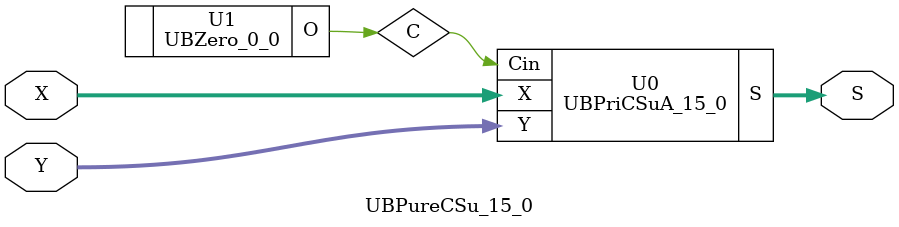
<source format=v>
/*----------------------------------------------------------------------------
  Copyright (c) 2021 Homma laboratory. All rights reserved.

  Top module: UBCSu_15_0_15_0

  Operand-1 length: 16
  Operand-2 length: 16
  Two-operand addition algorithm: Conditional sum adder
----------------------------------------------------------------------------*/

module UBFA_0(C, S, X, Y, Z);
  output C;
  output S;
  input X;
  input Y;
  input Z;
  assign C = ( X & Y ) | ( Y & Z ) | ( Z & X );
  assign S = X ^ Y ^ Z;
endmodule

module UBHCSuB_0_0(C, S, X, Y, Ci);
  output C;
  output S;
  input Ci;
  input X;
  input Y;
  UBFA_0 U0 (C, S, X, Y, Ci);
endmodule

module UBZero_1_1(O);
  output [1:1] O;
  assign O[1] = 0;
endmodule

module UBOne_1(O);
  output O;
  assign O = 1;
endmodule

module UBFA_1(C, S, X, Y, Z);
  output C;
  output S;
  input X;
  input Y;
  input Z;
  assign C = ( X & Y ) | ( Y & Z ) | ( Z & X );
  assign S = X ^ Y ^ Z;
endmodule

module UBCSuB_1_1(C_0, C_1, S_0, S_1, X, Y);
  output C_0;
  output C_1;
  output S_0;
  output S_1;
  input X;
  input Y;
  wire Ci_0;
  wire Ci_1;
  wire Co_0;
  wire Co_1;
  assign C_0 = ( Co_0 & ( ~ Ci_0 ) ) | ( Co_1 & Ci_0 );
  assign C_1 = ( Co_0 & ( ~ Ci_1 ) ) | ( Co_1 & Ci_1 );
  UBZero_1_1 U0 (Ci_0);
  UBOne_1 U1 (Ci_1);
  UBFA_1 U2 (Co_0, S_0, X, Y, Ci_0);
  UBFA_1 U3 (Co_1, S_1, X, Y, Ci_1);
endmodule

module UBHCSuB_1_0(C, S, X, Y, Ci);
  output C;
  output [1:0] S;
  input Ci;
  input [1:0] X;
  input [1:0] Y;
  wire C_0;
  wire C_1;
  wire Co;
  wire S_0;
  wire S_1;
  assign S[1] = ( S_0 & ( ~ Co ) ) | ( S_1 & Co );
  assign C = ( C_0 & ( ~ Co ) ) | ( C_1 & Co );
  UBHCSuB_0_0 U0 (Co, S[0], X[0], Y[0], Ci);
  UBCSuB_1_1 U1 (C_0, C_1, S_0, S_1, X[1], Y[1]);
endmodule

module UBZero_2_2(O);
  output [2:2] O;
  assign O[2] = 0;
endmodule

module UBOne_2(O);
  output O;
  assign O = 1;
endmodule

module UBFA_2(C, S, X, Y, Z);
  output C;
  output S;
  input X;
  input Y;
  input Z;
  assign C = ( X & Y ) | ( Y & Z ) | ( Z & X );
  assign S = X ^ Y ^ Z;
endmodule

module UBCSuB_2_2(C_0, C_1, S_0, S_1, X, Y);
  output C_0;
  output C_1;
  output S_0;
  output S_1;
  input X;
  input Y;
  wire Ci_0;
  wire Ci_1;
  wire Co_0;
  wire Co_1;
  assign C_0 = ( Co_0 & ( ~ Ci_0 ) ) | ( Co_1 & Ci_0 );
  assign C_1 = ( Co_0 & ( ~ Ci_1 ) ) | ( Co_1 & Ci_1 );
  UBZero_2_2 U0 (Ci_0);
  UBOne_2 U1 (Ci_1);
  UBFA_2 U2 (Co_0, S_0, X, Y, Ci_0);
  UBFA_2 U3 (Co_1, S_1, X, Y, Ci_1);
endmodule

module UBZero_3_3(O);
  output [3:3] O;
  assign O[3] = 0;
endmodule

module UBOne_3(O);
  output O;
  assign O = 1;
endmodule

module UBFA_3(C, S, X, Y, Z);
  output C;
  output S;
  input X;
  input Y;
  input Z;
  assign C = ( X & Y ) | ( Y & Z ) | ( Z & X );
  assign S = X ^ Y ^ Z;
endmodule

module UBCSuB_3_3(C_0, C_1, S_0, S_1, X, Y);
  output C_0;
  output C_1;
  output S_0;
  output S_1;
  input X;
  input Y;
  wire Ci_0;
  wire Ci_1;
  wire Co_0;
  wire Co_1;
  assign C_0 = ( Co_0 & ( ~ Ci_0 ) ) | ( Co_1 & Ci_0 );
  assign C_1 = ( Co_0 & ( ~ Ci_1 ) ) | ( Co_1 & Ci_1 );
  UBZero_3_3 U0 (Ci_0);
  UBOne_3 U1 (Ci_1);
  UBFA_3 U2 (Co_0, S_0, X, Y, Ci_0);
  UBFA_3 U3 (Co_1, S_1, X, Y, Ci_1);
endmodule

module UBCSuB_3_2(C_0, C_1, S_0, S_1, X, Y);
  output C_0;
  output C_1;
  output [3:2] S_0;
  output [3:2] S_1;
  input [3:2] X;
  input [3:2] Y;
  wire Ci_0;
  wire Ci_1;
  wire Co_0;
  wire Co_1;
  wire So_0;
  wire So_1;
  assign S_0[3] = ( So_0 & ( ~ Ci_0 ) ) | ( So_1 & Ci_0 );
  assign C_0 = ( Co_0 & ( ~ Ci_0 ) ) | ( Co_1 & Ci_0 );
  assign S_1[3] = ( So_0 & ( ~ Ci_1 ) ) | ( So_1 & Ci_1 );
  assign C_1 = ( Co_0 & ( ~ Ci_1 ) ) | ( Co_1 & Ci_1 );
  UBCSuB_2_2 U0 (Ci_0, Ci_1, S_0[2], S_1[2], X[2], Y[2]);
  UBCSuB_3_3 U1 (Co_0, Co_1, So_0, So_1, X[3], Y[3]);
endmodule

module UBHCSuB_3_0(C, S, X, Y, Ci);
  output C;
  output [3:0] S;
  input Ci;
  input [3:0] X;
  input [3:0] Y;
  wire C_0;
  wire C_1;
  wire Co;
  wire [3:2] S_0;
  wire [3:2] S_1;
  assign S[2] = ( S_0[2] & ( ~ Co ) ) | ( S_1[2] & Co );
  assign S[3] = ( S_0[3] & ( ~ Co ) ) | ( S_1[3] & Co );
  assign C = ( C_0 & ( ~ Co ) ) | ( C_1 & Co );
  UBHCSuB_1_0 U0 (Co, S[1:0], X[1:0], Y[1:0], Ci);
  UBCSuB_3_2 U1 (C_0, C_1, S_0, S_1, X[3:2], Y[3:2]);
endmodule

module UBZero_4_4(O);
  output [4:4] O;
  assign O[4] = 0;
endmodule

module UBOne_4(O);
  output O;
  assign O = 1;
endmodule

module UBFA_4(C, S, X, Y, Z);
  output C;
  output S;
  input X;
  input Y;
  input Z;
  assign C = ( X & Y ) | ( Y & Z ) | ( Z & X );
  assign S = X ^ Y ^ Z;
endmodule

module UBCSuB_4_4(C_0, C_1, S_0, S_1, X, Y);
  output C_0;
  output C_1;
  output S_0;
  output S_1;
  input X;
  input Y;
  wire Ci_0;
  wire Ci_1;
  wire Co_0;
  wire Co_1;
  assign C_0 = ( Co_0 & ( ~ Ci_0 ) ) | ( Co_1 & Ci_0 );
  assign C_1 = ( Co_0 & ( ~ Ci_1 ) ) | ( Co_1 & Ci_1 );
  UBZero_4_4 U0 (Ci_0);
  UBOne_4 U1 (Ci_1);
  UBFA_4 U2 (Co_0, S_0, X, Y, Ci_0);
  UBFA_4 U3 (Co_1, S_1, X, Y, Ci_1);
endmodule

module UBZero_5_5(O);
  output [5:5] O;
  assign O[5] = 0;
endmodule

module UBOne_5(O);
  output O;
  assign O = 1;
endmodule

module UBFA_5(C, S, X, Y, Z);
  output C;
  output S;
  input X;
  input Y;
  input Z;
  assign C = ( X & Y ) | ( Y & Z ) | ( Z & X );
  assign S = X ^ Y ^ Z;
endmodule

module UBCSuB_5_5(C_0, C_1, S_0, S_1, X, Y);
  output C_0;
  output C_1;
  output S_0;
  output S_1;
  input X;
  input Y;
  wire Ci_0;
  wire Ci_1;
  wire Co_0;
  wire Co_1;
  assign C_0 = ( Co_0 & ( ~ Ci_0 ) ) | ( Co_1 & Ci_0 );
  assign C_1 = ( Co_0 & ( ~ Ci_1 ) ) | ( Co_1 & Ci_1 );
  UBZero_5_5 U0 (Ci_0);
  UBOne_5 U1 (Ci_1);
  UBFA_5 U2 (Co_0, S_0, X, Y, Ci_0);
  UBFA_5 U3 (Co_1, S_1, X, Y, Ci_1);
endmodule

module UBCSuB_5_4(C_0, C_1, S_0, S_1, X, Y);
  output C_0;
  output C_1;
  output [5:4] S_0;
  output [5:4] S_1;
  input [5:4] X;
  input [5:4] Y;
  wire Ci_0;
  wire Ci_1;
  wire Co_0;
  wire Co_1;
  wire So_0;
  wire So_1;
  assign S_0[5] = ( So_0 & ( ~ Ci_0 ) ) | ( So_1 & Ci_0 );
  assign C_0 = ( Co_0 & ( ~ Ci_0 ) ) | ( Co_1 & Ci_0 );
  assign S_1[5] = ( So_0 & ( ~ Ci_1 ) ) | ( So_1 & Ci_1 );
  assign C_1 = ( Co_0 & ( ~ Ci_1 ) ) | ( Co_1 & Ci_1 );
  UBCSuB_4_4 U0 (Ci_0, Ci_1, S_0[4], S_1[4], X[4], Y[4]);
  UBCSuB_5_5 U1 (Co_0, Co_1, So_0, So_1, X[5], Y[5]);
endmodule

module UBZero_6_6(O);
  output [6:6] O;
  assign O[6] = 0;
endmodule

module UBOne_6(O);
  output O;
  assign O = 1;
endmodule

module UBFA_6(C, S, X, Y, Z);
  output C;
  output S;
  input X;
  input Y;
  input Z;
  assign C = ( X & Y ) | ( Y & Z ) | ( Z & X );
  assign S = X ^ Y ^ Z;
endmodule

module UBCSuB_6_6(C_0, C_1, S_0, S_1, X, Y);
  output C_0;
  output C_1;
  output S_0;
  output S_1;
  input X;
  input Y;
  wire Ci_0;
  wire Ci_1;
  wire Co_0;
  wire Co_1;
  assign C_0 = ( Co_0 & ( ~ Ci_0 ) ) | ( Co_1 & Ci_0 );
  assign C_1 = ( Co_0 & ( ~ Ci_1 ) ) | ( Co_1 & Ci_1 );
  UBZero_6_6 U0 (Ci_0);
  UBOne_6 U1 (Ci_1);
  UBFA_6 U2 (Co_0, S_0, X, Y, Ci_0);
  UBFA_6 U3 (Co_1, S_1, X, Y, Ci_1);
endmodule

module UBZero_7_7(O);
  output [7:7] O;
  assign O[7] = 0;
endmodule

module UBOne_7(O);
  output O;
  assign O = 1;
endmodule

module UBFA_7(C, S, X, Y, Z);
  output C;
  output S;
  input X;
  input Y;
  input Z;
  assign C = ( X & Y ) | ( Y & Z ) | ( Z & X );
  assign S = X ^ Y ^ Z;
endmodule

module UBCSuB_7_7(C_0, C_1, S_0, S_1, X, Y);
  output C_0;
  output C_1;
  output S_0;
  output S_1;
  input X;
  input Y;
  wire Ci_0;
  wire Ci_1;
  wire Co_0;
  wire Co_1;
  assign C_0 = ( Co_0 & ( ~ Ci_0 ) ) | ( Co_1 & Ci_0 );
  assign C_1 = ( Co_0 & ( ~ Ci_1 ) ) | ( Co_1 & Ci_1 );
  UBZero_7_7 U0 (Ci_0);
  UBOne_7 U1 (Ci_1);
  UBFA_7 U2 (Co_0, S_0, X, Y, Ci_0);
  UBFA_7 U3 (Co_1, S_1, X, Y, Ci_1);
endmodule

module UBCSuB_7_6(C_0, C_1, S_0, S_1, X, Y);
  output C_0;
  output C_1;
  output [7:6] S_0;
  output [7:6] S_1;
  input [7:6] X;
  input [7:6] Y;
  wire Ci_0;
  wire Ci_1;
  wire Co_0;
  wire Co_1;
  wire So_0;
  wire So_1;
  assign S_0[7] = ( So_0 & ( ~ Ci_0 ) ) | ( So_1 & Ci_0 );
  assign C_0 = ( Co_0 & ( ~ Ci_0 ) ) | ( Co_1 & Ci_0 );
  assign S_1[7] = ( So_0 & ( ~ Ci_1 ) ) | ( So_1 & Ci_1 );
  assign C_1 = ( Co_0 & ( ~ Ci_1 ) ) | ( Co_1 & Ci_1 );
  UBCSuB_6_6 U0 (Ci_0, Ci_1, S_0[6], S_1[6], X[6], Y[6]);
  UBCSuB_7_7 U1 (Co_0, Co_1, So_0, So_1, X[7], Y[7]);
endmodule

module UBCSuB_7_4(C_0, C_1, S_0, S_1, X, Y);
  output C_0;
  output C_1;
  output [7:4] S_0;
  output [7:4] S_1;
  input [7:4] X;
  input [7:4] Y;
  wire Ci_0;
  wire Ci_1;
  wire Co_0;
  wire Co_1;
  wire [7:6] So_0;
  wire [7:6] So_1;
  assign S_0[6] = ( So_0[6] & ( ~ Ci_0 ) ) | ( So_1[6] & Ci_0 );
  assign S_0[7] = ( So_0[7] & ( ~ Ci_0 ) ) | ( So_1[7] & Ci_0 );
  assign C_0 = ( Co_0 & ( ~ Ci_0 ) ) | ( Co_1 & Ci_0 );
  assign S_1[6] = ( So_0[6] & ( ~ Ci_1 ) ) | ( So_1[6] & Ci_1 );
  assign S_1[7] = ( So_0[7] & ( ~ Ci_1 ) ) | ( So_1[7] & Ci_1 );
  assign C_1 = ( Co_0 & ( ~ Ci_1 ) ) | ( Co_1 & Ci_1 );
  UBCSuB_5_4 U0 (Ci_0, Ci_1, S_0[5:4], S_1[5:4], X[5:4], Y[5:4]);
  UBCSuB_7_6 U1 (Co_0, Co_1, So_0, So_1, X[7:6], Y[7:6]);
endmodule

module UBHCSuB_7_0(C, S, X, Y, Ci);
  output C;
  output [7:0] S;
  input Ci;
  input [7:0] X;
  input [7:0] Y;
  wire C_0;
  wire C_1;
  wire Co;
  wire [7:4] S_0;
  wire [7:4] S_1;
  assign S[4] = ( S_0[4] & ( ~ Co ) ) | ( S_1[4] & Co );
  assign S[5] = ( S_0[5] & ( ~ Co ) ) | ( S_1[5] & Co );
  assign S[6] = ( S_0[6] & ( ~ Co ) ) | ( S_1[6] & Co );
  assign S[7] = ( S_0[7] & ( ~ Co ) ) | ( S_1[7] & Co );
  assign C = ( C_0 & ( ~ Co ) ) | ( C_1 & Co );
  UBHCSuB_3_0 U0 (Co, S[3:0], X[3:0], Y[3:0], Ci);
  UBCSuB_7_4 U1 (C_0, C_1, S_0, S_1, X[7:4], Y[7:4]);
endmodule

module UBZero_8_8(O);
  output [8:8] O;
  assign O[8] = 0;
endmodule

module UBOne_8(O);
  output O;
  assign O = 1;
endmodule

module UBFA_8(C, S, X, Y, Z);
  output C;
  output S;
  input X;
  input Y;
  input Z;
  assign C = ( X & Y ) | ( Y & Z ) | ( Z & X );
  assign S = X ^ Y ^ Z;
endmodule

module UBCSuB_8_8(C_0, C_1, S_0, S_1, X, Y);
  output C_0;
  output C_1;
  output S_0;
  output S_1;
  input X;
  input Y;
  wire Ci_0;
  wire Ci_1;
  wire Co_0;
  wire Co_1;
  assign C_0 = ( Co_0 & ( ~ Ci_0 ) ) | ( Co_1 & Ci_0 );
  assign C_1 = ( Co_0 & ( ~ Ci_1 ) ) | ( Co_1 & Ci_1 );
  UBZero_8_8 U0 (Ci_0);
  UBOne_8 U1 (Ci_1);
  UBFA_8 U2 (Co_0, S_0, X, Y, Ci_0);
  UBFA_8 U3 (Co_1, S_1, X, Y, Ci_1);
endmodule

module UBZero_9_9(O);
  output [9:9] O;
  assign O[9] = 0;
endmodule

module UBOne_9(O);
  output O;
  assign O = 1;
endmodule

module UBFA_9(C, S, X, Y, Z);
  output C;
  output S;
  input X;
  input Y;
  input Z;
  assign C = ( X & Y ) | ( Y & Z ) | ( Z & X );
  assign S = X ^ Y ^ Z;
endmodule

module UBCSuB_9_9(C_0, C_1, S_0, S_1, X, Y);
  output C_0;
  output C_1;
  output S_0;
  output S_1;
  input X;
  input Y;
  wire Ci_0;
  wire Ci_1;
  wire Co_0;
  wire Co_1;
  assign C_0 = ( Co_0 & ( ~ Ci_0 ) ) | ( Co_1 & Ci_0 );
  assign C_1 = ( Co_0 & ( ~ Ci_1 ) ) | ( Co_1 & Ci_1 );
  UBZero_9_9 U0 (Ci_0);
  UBOne_9 U1 (Ci_1);
  UBFA_9 U2 (Co_0, S_0, X, Y, Ci_0);
  UBFA_9 U3 (Co_1, S_1, X, Y, Ci_1);
endmodule

module UBCSuB_9_8(C_0, C_1, S_0, S_1, X, Y);
  output C_0;
  output C_1;
  output [9:8] S_0;
  output [9:8] S_1;
  input [9:8] X;
  input [9:8] Y;
  wire Ci_0;
  wire Ci_1;
  wire Co_0;
  wire Co_1;
  wire So_0;
  wire So_1;
  assign S_0[9] = ( So_0 & ( ~ Ci_0 ) ) | ( So_1 & Ci_0 );
  assign C_0 = ( Co_0 & ( ~ Ci_0 ) ) | ( Co_1 & Ci_0 );
  assign S_1[9] = ( So_0 & ( ~ Ci_1 ) ) | ( So_1 & Ci_1 );
  assign C_1 = ( Co_0 & ( ~ Ci_1 ) ) | ( Co_1 & Ci_1 );
  UBCSuB_8_8 U0 (Ci_0, Ci_1, S_0[8], S_1[8], X[8], Y[8]);
  UBCSuB_9_9 U1 (Co_0, Co_1, So_0, So_1, X[9], Y[9]);
endmodule

module UBZero_10_10(O);
  output [10:10] O;
  assign O[10] = 0;
endmodule

module UBOne_10(O);
  output O;
  assign O = 1;
endmodule

module UBFA_10(C, S, X, Y, Z);
  output C;
  output S;
  input X;
  input Y;
  input Z;
  assign C = ( X & Y ) | ( Y & Z ) | ( Z & X );
  assign S = X ^ Y ^ Z;
endmodule

module UBCSuB_10_10(C_0, C_1, S_0, S_1, X, Y);
  output C_0;
  output C_1;
  output S_0;
  output S_1;
  input X;
  input Y;
  wire Ci_0;
  wire Ci_1;
  wire Co_0;
  wire Co_1;
  assign C_0 = ( Co_0 & ( ~ Ci_0 ) ) | ( Co_1 & Ci_0 );
  assign C_1 = ( Co_0 & ( ~ Ci_1 ) ) | ( Co_1 & Ci_1 );
  UBZero_10_10 U0 (Ci_0);
  UBOne_10 U1 (Ci_1);
  UBFA_10 U2 (Co_0, S_0, X, Y, Ci_0);
  UBFA_10 U3 (Co_1, S_1, X, Y, Ci_1);
endmodule

module UBZero_11_11(O);
  output [11:11] O;
  assign O[11] = 0;
endmodule

module UBOne_11(O);
  output O;
  assign O = 1;
endmodule

module UBFA_11(C, S, X, Y, Z);
  output C;
  output S;
  input X;
  input Y;
  input Z;
  assign C = ( X & Y ) | ( Y & Z ) | ( Z & X );
  assign S = X ^ Y ^ Z;
endmodule

module UBCSuB_11_11(C_0, C_1, S_0, S_1, X, Y);
  output C_0;
  output C_1;
  output S_0;
  output S_1;
  input X;
  input Y;
  wire Ci_0;
  wire Ci_1;
  wire Co_0;
  wire Co_1;
  assign C_0 = ( Co_0 & ( ~ Ci_0 ) ) | ( Co_1 & Ci_0 );
  assign C_1 = ( Co_0 & ( ~ Ci_1 ) ) | ( Co_1 & Ci_1 );
  UBZero_11_11 U0 (Ci_0);
  UBOne_11 U1 (Ci_1);
  UBFA_11 U2 (Co_0, S_0, X, Y, Ci_0);
  UBFA_11 U3 (Co_1, S_1, X, Y, Ci_1);
endmodule

module UBCSuB_11_10(C_0, C_1, S_0, S_1, X, Y);
  output C_0;
  output C_1;
  output [11:10] S_0;
  output [11:10] S_1;
  input [11:10] X;
  input [11:10] Y;
  wire Ci_0;
  wire Ci_1;
  wire Co_0;
  wire Co_1;
  wire So_0;
  wire So_1;
  assign S_0[11] = ( So_0 & ( ~ Ci_0 ) ) | ( So_1 & Ci_0 );
  assign C_0 = ( Co_0 & ( ~ Ci_0 ) ) | ( Co_1 & Ci_0 );
  assign S_1[11] = ( So_0 & ( ~ Ci_1 ) ) | ( So_1 & Ci_1 );
  assign C_1 = ( Co_0 & ( ~ Ci_1 ) ) | ( Co_1 & Ci_1 );
  UBCSuB_10_10 U0 (Ci_0, Ci_1, S_0[10], S_1[10], X[10], Y[10]);
  UBCSuB_11_11 U1 (Co_0, Co_1, So_0, So_1, X[11], Y[11]);
endmodule

module UBCSuB_11_8(C_0, C_1, S_0, S_1, X, Y);
  output C_0;
  output C_1;
  output [11:8] S_0;
  output [11:8] S_1;
  input [11:8] X;
  input [11:8] Y;
  wire Ci_0;
  wire Ci_1;
  wire Co_0;
  wire Co_1;
  wire [11:10] So_0;
  wire [11:10] So_1;
  assign S_0[10] = ( So_0[10] & ( ~ Ci_0 ) ) | ( So_1[10] & Ci_0 );
  assign S_0[11] = ( So_0[11] & ( ~ Ci_0 ) ) | ( So_1[11] & Ci_0 );
  assign C_0 = ( Co_0 & ( ~ Ci_0 ) ) | ( Co_1 & Ci_0 );
  assign S_1[10] = ( So_0[10] & ( ~ Ci_1 ) ) | ( So_1[10] & Ci_1 );
  assign S_1[11] = ( So_0[11] & ( ~ Ci_1 ) ) | ( So_1[11] & Ci_1 );
  assign C_1 = ( Co_0 & ( ~ Ci_1 ) ) | ( Co_1 & Ci_1 );
  UBCSuB_9_8 U0 (Ci_0, Ci_1, S_0[9:8], S_1[9:8], X[9:8], Y[9:8]);
  UBCSuB_11_10 U1 (Co_0, Co_1, So_0, So_1, X[11:10], Y[11:10]);
endmodule

module UBZero_12_12(O);
  output [12:12] O;
  assign O[12] = 0;
endmodule

module UBOne_12(O);
  output O;
  assign O = 1;
endmodule

module UBFA_12(C, S, X, Y, Z);
  output C;
  output S;
  input X;
  input Y;
  input Z;
  assign C = ( X & Y ) | ( Y & Z ) | ( Z & X );
  assign S = X ^ Y ^ Z;
endmodule

module UBCSuB_12_12(C_0, C_1, S_0, S_1, X, Y);
  output C_0;
  output C_1;
  output S_0;
  output S_1;
  input X;
  input Y;
  wire Ci_0;
  wire Ci_1;
  wire Co_0;
  wire Co_1;
  assign C_0 = ( Co_0 & ( ~ Ci_0 ) ) | ( Co_1 & Ci_0 );
  assign C_1 = ( Co_0 & ( ~ Ci_1 ) ) | ( Co_1 & Ci_1 );
  UBZero_12_12 U0 (Ci_0);
  UBOne_12 U1 (Ci_1);
  UBFA_12 U2 (Co_0, S_0, X, Y, Ci_0);
  UBFA_12 U3 (Co_1, S_1, X, Y, Ci_1);
endmodule

module UBZero_13_13(O);
  output [13:13] O;
  assign O[13] = 0;
endmodule

module UBOne_13(O);
  output O;
  assign O = 1;
endmodule

module UBFA_13(C, S, X, Y, Z);
  output C;
  output S;
  input X;
  input Y;
  input Z;
  assign C = ( X & Y ) | ( Y & Z ) | ( Z & X );
  assign S = X ^ Y ^ Z;
endmodule

module UBCSuB_13_13(C_0, C_1, S_0, S_1, X, Y);
  output C_0;
  output C_1;
  output S_0;
  output S_1;
  input X;
  input Y;
  wire Ci_0;
  wire Ci_1;
  wire Co_0;
  wire Co_1;
  assign C_0 = ( Co_0 & ( ~ Ci_0 ) ) | ( Co_1 & Ci_0 );
  assign C_1 = ( Co_0 & ( ~ Ci_1 ) ) | ( Co_1 & Ci_1 );
  UBZero_13_13 U0 (Ci_0);
  UBOne_13 U1 (Ci_1);
  UBFA_13 U2 (Co_0, S_0, X, Y, Ci_0);
  UBFA_13 U3 (Co_1, S_1, X, Y, Ci_1);
endmodule

module UBCSuB_13_12(C_0, C_1, S_0, S_1, X, Y);
  output C_0;
  output C_1;
  output [13:12] S_0;
  output [13:12] S_1;
  input [13:12] X;
  input [13:12] Y;
  wire Ci_0;
  wire Ci_1;
  wire Co_0;
  wire Co_1;
  wire So_0;
  wire So_1;
  assign S_0[13] = ( So_0 & ( ~ Ci_0 ) ) | ( So_1 & Ci_0 );
  assign C_0 = ( Co_0 & ( ~ Ci_0 ) ) | ( Co_1 & Ci_0 );
  assign S_1[13] = ( So_0 & ( ~ Ci_1 ) ) | ( So_1 & Ci_1 );
  assign C_1 = ( Co_0 & ( ~ Ci_1 ) ) | ( Co_1 & Ci_1 );
  UBCSuB_12_12 U0 (Ci_0, Ci_1, S_0[12], S_1[12], X[12], Y[12]);
  UBCSuB_13_13 U1 (Co_0, Co_1, So_0, So_1, X[13], Y[13]);
endmodule

module UBZero_14_14(O);
  output [14:14] O;
  assign O[14] = 0;
endmodule

module UBOne_14(O);
  output O;
  assign O = 1;
endmodule

module UBFA_14(C, S, X, Y, Z);
  output C;
  output S;
  input X;
  input Y;
  input Z;
  assign C = ( X & Y ) | ( Y & Z ) | ( Z & X );
  assign S = X ^ Y ^ Z;
endmodule

module UBCSuB_14_14(C_0, C_1, S_0, S_1, X, Y);
  output C_0;
  output C_1;
  output S_0;
  output S_1;
  input X;
  input Y;
  wire Ci_0;
  wire Ci_1;
  wire Co_0;
  wire Co_1;
  assign C_0 = ( Co_0 & ( ~ Ci_0 ) ) | ( Co_1 & Ci_0 );
  assign C_1 = ( Co_0 & ( ~ Ci_1 ) ) | ( Co_1 & Ci_1 );
  UBZero_14_14 U0 (Ci_0);
  UBOne_14 U1 (Ci_1);
  UBFA_14 U2 (Co_0, S_0, X, Y, Ci_0);
  UBFA_14 U3 (Co_1, S_1, X, Y, Ci_1);
endmodule

module UBZero_15_15(O);
  output [15:15] O;
  assign O[15] = 0;
endmodule

module UBOne_15(O);
  output O;
  assign O = 1;
endmodule

module UBFA_15(C, S, X, Y, Z);
  output C;
  output S;
  input X;
  input Y;
  input Z;
  assign C = ( X & Y ) | ( Y & Z ) | ( Z & X );
  assign S = X ^ Y ^ Z;
endmodule

module UBCSuB_15_15(C_0, C_1, S_0, S_1, X, Y);
  output C_0;
  output C_1;
  output S_0;
  output S_1;
  input X;
  input Y;
  wire Ci_0;
  wire Ci_1;
  wire Co_0;
  wire Co_1;
  assign C_0 = ( Co_0 & ( ~ Ci_0 ) ) | ( Co_1 & Ci_0 );
  assign C_1 = ( Co_0 & ( ~ Ci_1 ) ) | ( Co_1 & Ci_1 );
  UBZero_15_15 U0 (Ci_0);
  UBOne_15 U1 (Ci_1);
  UBFA_15 U2 (Co_0, S_0, X, Y, Ci_0);
  UBFA_15 U3 (Co_1, S_1, X, Y, Ci_1);
endmodule

module UBCSuB_15_14(C_0, C_1, S_0, S_1, X, Y);
  output C_0;
  output C_1;
  output [15:14] S_0;
  output [15:14] S_1;
  input [15:14] X;
  input [15:14] Y;
  wire Ci_0;
  wire Ci_1;
  wire Co_0;
  wire Co_1;
  wire So_0;
  wire So_1;
  assign S_0[15] = ( So_0 & ( ~ Ci_0 ) ) | ( So_1 & Ci_0 );
  assign C_0 = ( Co_0 & ( ~ Ci_0 ) ) | ( Co_1 & Ci_0 );
  assign S_1[15] = ( So_0 & ( ~ Ci_1 ) ) | ( So_1 & Ci_1 );
  assign C_1 = ( Co_0 & ( ~ Ci_1 ) ) | ( Co_1 & Ci_1 );
  UBCSuB_14_14 U0 (Ci_0, Ci_1, S_0[14], S_1[14], X[14], Y[14]);
  UBCSuB_15_15 U1 (Co_0, Co_1, So_0, So_1, X[15], Y[15]);
endmodule

module UBCSuB_15_12(C_0, C_1, S_0, S_1, X, Y);
  output C_0;
  output C_1;
  output [15:12] S_0;
  output [15:12] S_1;
  input [15:12] X;
  input [15:12] Y;
  wire Ci_0;
  wire Ci_1;
  wire Co_0;
  wire Co_1;
  wire [15:14] So_0;
  wire [15:14] So_1;
  assign S_0[14] = ( So_0[14] & ( ~ Ci_0 ) ) | ( So_1[14] & Ci_0 );
  assign S_0[15] = ( So_0[15] & ( ~ Ci_0 ) ) | ( So_1[15] & Ci_0 );
  assign C_0 = ( Co_0 & ( ~ Ci_0 ) ) | ( Co_1 & Ci_0 );
  assign S_1[14] = ( So_0[14] & ( ~ Ci_1 ) ) | ( So_1[14] & Ci_1 );
  assign S_1[15] = ( So_0[15] & ( ~ Ci_1 ) ) | ( So_1[15] & Ci_1 );
  assign C_1 = ( Co_0 & ( ~ Ci_1 ) ) | ( Co_1 & Ci_1 );
  UBCSuB_13_12 U0 (Ci_0, Ci_1, S_0[13:12], S_1[13:12], X[13:12], Y[13:12]);
  UBCSuB_15_14 U1 (Co_0, Co_1, So_0, So_1, X[15:14], Y[15:14]);
endmodule

module UBCSuB_15_8(C_0, C_1, S_0, S_1, X, Y);
  output C_0;
  output C_1;
  output [15:8] S_0;
  output [15:8] S_1;
  input [15:8] X;
  input [15:8] Y;
  wire Ci_0;
  wire Ci_1;
  wire Co_0;
  wire Co_1;
  wire [15:12] So_0;
  wire [15:12] So_1;
  assign S_0[12] = ( So_0[12] & ( ~ Ci_0 ) ) | ( So_1[12] & Ci_0 );
  assign S_0[13] = ( So_0[13] & ( ~ Ci_0 ) ) | ( So_1[13] & Ci_0 );
  assign S_0[14] = ( So_0[14] & ( ~ Ci_0 ) ) | ( So_1[14] & Ci_0 );
  assign S_0[15] = ( So_0[15] & ( ~ Ci_0 ) ) | ( So_1[15] & Ci_0 );
  assign C_0 = ( Co_0 & ( ~ Ci_0 ) ) | ( Co_1 & Ci_0 );
  assign S_1[12] = ( So_0[12] & ( ~ Ci_1 ) ) | ( So_1[12] & Ci_1 );
  assign S_1[13] = ( So_0[13] & ( ~ Ci_1 ) ) | ( So_1[13] & Ci_1 );
  assign S_1[14] = ( So_0[14] & ( ~ Ci_1 ) ) | ( So_1[14] & Ci_1 );
  assign S_1[15] = ( So_0[15] & ( ~ Ci_1 ) ) | ( So_1[15] & Ci_1 );
  assign C_1 = ( Co_0 & ( ~ Ci_1 ) ) | ( Co_1 & Ci_1 );
  UBCSuB_11_8 U0 (Ci_0, Ci_1, S_0[11:8], S_1[11:8], X[11:8], Y[11:8]);
  UBCSuB_15_12 U1 (Co_0, Co_1, So_0, So_1, X[15:12], Y[15:12]);
endmodule

module UBPriCSuA_15_0(S, X, Y, Cin);
  output [16:0] S;
  input Cin;
  input [15:0] X;
  input [15:0] Y;
  wire C_0;
  wire C_1;
  wire Co;
  wire [15:8] S_0;
  wire [15:8] S_1;
  assign S[8] = ( S_0[8] & ( ~ Co ) ) | ( S_1[8] & Co );
  assign S[9] = ( S_0[9] & ( ~ Co ) ) | ( S_1[9] & Co );
  assign S[10] = ( S_0[10] & ( ~ Co ) ) | ( S_1[10] & Co );
  assign S[11] = ( S_0[11] & ( ~ Co ) ) | ( S_1[11] & Co );
  assign S[12] = ( S_0[12] & ( ~ Co ) ) | ( S_1[12] & Co );
  assign S[13] = ( S_0[13] & ( ~ Co ) ) | ( S_1[13] & Co );
  assign S[14] = ( S_0[14] & ( ~ Co ) ) | ( S_1[14] & Co );
  assign S[15] = ( S_0[15] & ( ~ Co ) ) | ( S_1[15] & Co );
  assign S[16] = ( C_0 & ( ~ Co ) ) | ( C_1 & Co );
  UBHCSuB_7_0 U0 (Co, S[7:0], X[7:0], Y[7:0], Cin);
  UBCSuB_15_8 U1 (C_0, C_1, S_0, S_1, X[15:8], Y[15:8]);
endmodule

module UBZero_0_0(O);
  output [0:0] O;
  assign O[0] = 0;
endmodule

module UBCSu_15_0_15_0 (S, X, Y);
  output [16:0] S;
  input [15:0] X;
  input [15:0] Y;
  UBPureCSu_15_0 U0 (S[16:0], X[15:0], Y[15:0]);
endmodule

module UBPureCSu_15_0 (S, X, Y);
  output [16:0] S;
  input [15:0] X;
  input [15:0] Y;
  wire C;
  UBPriCSuA_15_0 U0 (S, X, Y, C);
  UBZero_0_0 U1 (C);
endmodule


</source>
